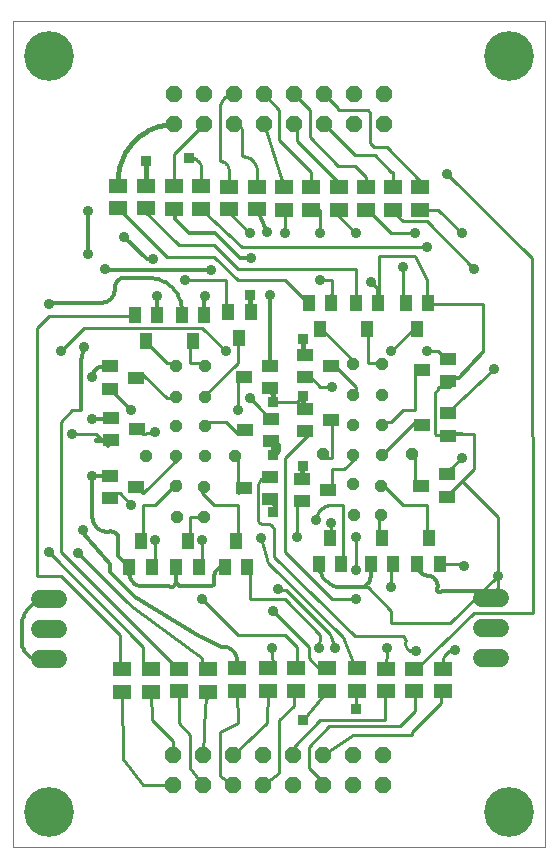
<source format=gbl>
G75*
G70*
%OFA0B0*%
%FSLAX24Y24*%
%IPPOS*%
%LPD*%
%AMOC8*
5,1,8,0,0,1.08239X$1,22.5*
%
%ADD10C,0.0000*%
%ADD11OC8,0.0397*%
%ADD12C,0.0600*%
%ADD13R,0.0394X0.0551*%
%ADD14R,0.0551X0.0394*%
%ADD15R,0.0630X0.0512*%
%ADD16OC8,0.0560*%
%ADD17C,0.0100*%
%ADD18C,0.0360*%
%ADD19C,0.0120*%
%ADD20C,0.0356*%
%ADD21R,0.0356X0.0356*%
%ADD22C,0.0160*%
%ADD23C,0.0079*%
%ADD24C,0.1660*%
D10*
X000100Y000100D02*
X000100Y027659D01*
X017817Y027659D01*
X017817Y000100D01*
X000100Y000100D01*
D11*
X005562Y011117D03*
X005512Y012154D03*
X005512Y013142D03*
X005512Y014129D03*
X005512Y015117D03*
X005512Y016154D03*
X006499Y016154D03*
X006499Y015117D03*
X006499Y014129D03*
X006499Y013142D03*
X006449Y012104D03*
X006449Y011117D03*
X007487Y013145D03*
X010430Y013196D03*
X011417Y013193D03*
X011417Y014180D03*
X011417Y015168D03*
X011417Y016205D03*
X012405Y016205D03*
X012405Y015168D03*
X012405Y014180D03*
X012405Y013193D03*
X012355Y012156D03*
X012355Y011168D03*
X011467Y011168D03*
X011417Y012206D03*
X013392Y013196D03*
X004524Y013145D03*
D12*
X001597Y008376D02*
X000997Y008376D01*
X000997Y007376D02*
X001597Y007376D01*
X001597Y006376D02*
X000997Y006376D01*
X015733Y006399D02*
X016333Y006399D01*
X016333Y007399D02*
X015733Y007399D01*
X015733Y008399D02*
X016333Y008399D01*
D13*
X014320Y009537D03*
X013946Y010403D03*
X013572Y009537D03*
X012757Y009537D03*
X012383Y010403D03*
X012009Y009537D03*
X011037Y009537D03*
X010663Y010403D03*
X010289Y009537D03*
X007891Y009454D03*
X007517Y010320D03*
X007143Y009454D03*
X006281Y009443D03*
X005907Y010309D03*
X005533Y009443D03*
X004718Y009443D03*
X004344Y010309D03*
X003970Y009443D03*
X004525Y016994D03*
X004151Y017860D03*
X004899Y017860D03*
X005722Y017860D03*
X006096Y016994D03*
X006470Y017860D03*
X007261Y017939D03*
X007635Y017072D03*
X008009Y017939D03*
X009943Y018230D03*
X010317Y017364D03*
X010691Y018230D03*
X011525Y018230D03*
X011899Y017364D03*
X012273Y018230D03*
X013187Y018230D03*
X013561Y017364D03*
X013935Y018230D03*
D14*
X014588Y016376D03*
X014588Y015628D03*
X014580Y014565D03*
X014580Y013817D03*
X014572Y012529D03*
X014572Y011781D03*
X013706Y012155D03*
X013714Y014191D03*
X013722Y016002D03*
X010698Y016147D03*
X009832Y015773D03*
X009832Y016521D03*
X008659Y016147D03*
X008659Y015399D03*
X008687Y014391D03*
X008687Y013643D03*
X007820Y014017D03*
X007793Y015773D03*
X009840Y014710D03*
X009840Y013962D03*
X010706Y014336D03*
X009734Y012380D03*
X009734Y011631D03*
X010600Y012006D03*
X008663Y011702D03*
X008663Y012450D03*
X007797Y012076D03*
X004206Y012104D03*
X003340Y012478D03*
X003340Y011730D03*
X003348Y013667D03*
X003348Y014415D03*
X003340Y015380D03*
X003340Y016128D03*
X004206Y015754D03*
X004214Y014041D03*
D15*
X007277Y021372D03*
X007277Y022120D03*
X006372Y022128D03*
X006372Y021380D03*
X005466Y021387D03*
X005466Y022135D03*
X004521Y022143D03*
X004521Y021395D03*
X003576Y021403D03*
X003576Y022151D03*
X008222Y022112D03*
X008222Y021364D03*
X009128Y021356D03*
X009128Y022104D03*
X010033Y022096D03*
X010033Y021348D03*
X010943Y021356D03*
X010943Y022104D03*
X011844Y022104D03*
X011844Y021356D03*
X012757Y021356D03*
X012757Y022104D03*
X013671Y022104D03*
X013671Y021356D03*
X013466Y006049D03*
X013466Y005301D03*
X012529Y005297D03*
X012529Y006045D03*
X011545Y006061D03*
X011545Y005313D03*
X010545Y005313D03*
X010545Y006061D03*
X009525Y006061D03*
X009525Y005313D03*
X008584Y005313D03*
X008584Y006061D03*
X007565Y006061D03*
X007565Y005313D03*
X006604Y005289D03*
X006604Y006037D03*
X005631Y006049D03*
X005631Y005301D03*
X004691Y005293D03*
X004691Y006041D03*
X003710Y006041D03*
X003710Y005293D03*
X014407Y005301D03*
X014407Y006049D03*
D16*
X012419Y003179D03*
X012419Y002179D03*
X011419Y002179D03*
X011419Y003179D03*
X010419Y003179D03*
X010419Y002179D03*
X009419Y002179D03*
X009419Y003179D03*
X008419Y003179D03*
X008419Y002179D03*
X007419Y002179D03*
X007419Y003179D03*
X006419Y003179D03*
X006419Y002179D03*
X005419Y002179D03*
X005419Y003179D03*
X005458Y024206D03*
X005458Y025206D03*
X006458Y025206D03*
X006458Y024206D03*
X007458Y024206D03*
X007458Y025206D03*
X008458Y025206D03*
X008458Y024206D03*
X009458Y024206D03*
X009458Y025206D03*
X010458Y025206D03*
X010458Y024206D03*
X011458Y024206D03*
X011458Y025206D03*
X012458Y025206D03*
X012458Y024206D03*
D17*
X011990Y024588D02*
X011990Y023565D01*
X012108Y023446D01*
X012541Y023446D01*
X013671Y022317D01*
X013671Y022104D01*
X013671Y021356D02*
X013880Y021360D01*
X014273Y021360D01*
X015061Y020572D01*
X013880Y020966D02*
X015454Y019391D01*
X015769Y018210D02*
X013880Y018210D01*
X013935Y018230D01*
X013880Y018210D02*
X013880Y018998D01*
X013486Y019824D01*
X012305Y019824D01*
X012305Y018210D01*
X012273Y018230D01*
X011911Y017423D02*
X011899Y017364D01*
X011911Y017423D02*
X011911Y016242D01*
X012305Y016242D01*
X012405Y016205D01*
X012698Y016635D02*
X013486Y017423D01*
X013561Y017364D01*
X013880Y016635D02*
X014273Y016635D01*
X014667Y016242D01*
X014588Y016376D01*
X014588Y015628D02*
X014446Y015628D01*
X014155Y015257D01*
X014155Y013880D01*
X014194Y013840D01*
X014557Y013840D01*
X014580Y013817D01*
X014667Y013880D01*
X015454Y013880D01*
X015454Y012698D01*
X015061Y012305D01*
X016242Y011124D01*
X016242Y009155D01*
X014667Y007580D01*
X012698Y007580D01*
X012698Y007974D01*
X011911Y008761D01*
X011517Y008761D01*
X011517Y008368D02*
X010730Y008368D01*
X009155Y009943D01*
X009155Y013092D01*
X009943Y013880D01*
X009840Y013962D01*
X010430Y013196D02*
X010336Y013092D01*
X010730Y013092D01*
X010730Y014273D01*
X010706Y014336D01*
X011517Y015061D02*
X011517Y015454D01*
X010730Y016242D01*
X010698Y016147D01*
X010730Y015454D02*
X010336Y015454D01*
X009943Y015848D01*
X009832Y015773D01*
X009746Y015159D02*
X009549Y014943D01*
X008761Y014943D01*
X008687Y014391D02*
X008761Y014273D01*
X007974Y015061D01*
X007580Y014667D02*
X007580Y015848D01*
X007793Y015773D01*
X007580Y016242D02*
X006399Y015061D01*
X006499Y015117D01*
X006399Y014273D02*
X006499Y014129D01*
X006399Y014273D02*
X007187Y014273D01*
X007580Y013880D01*
X007820Y014017D01*
X007487Y013145D02*
X007580Y013092D01*
X007580Y011911D01*
X007797Y012076D01*
X008250Y012108D02*
X008250Y011045D01*
X008252Y011023D01*
X008256Y011001D01*
X008264Y010980D01*
X008275Y010960D01*
X008288Y010942D01*
X008304Y010926D01*
X008322Y010913D01*
X008342Y010902D01*
X008363Y010894D01*
X008385Y010890D01*
X008407Y010888D01*
X008407Y010887D02*
X008525Y010887D01*
X008525Y010888D02*
X008556Y010886D01*
X008586Y010881D01*
X008616Y010873D01*
X008645Y010861D01*
X008672Y010846D01*
X008697Y010828D01*
X008720Y010807D01*
X008741Y010784D01*
X008759Y010759D01*
X008774Y010732D01*
X008786Y010703D01*
X008794Y010673D01*
X008799Y010643D01*
X008801Y010612D01*
X008801Y009785D01*
X011478Y007147D01*
X013053Y007147D01*
X013052Y007147D02*
X013074Y007140D01*
X013095Y007130D01*
X013114Y007117D01*
X013131Y007101D01*
X013146Y007083D01*
X013158Y007063D01*
X013166Y007042D01*
X013172Y007020D01*
X013175Y006997D01*
X013174Y006973D01*
X013170Y006951D01*
X013171Y006950D02*
X013171Y006872D01*
X013173Y006844D01*
X013178Y006816D01*
X013186Y006788D01*
X013198Y006762D01*
X013213Y006738D01*
X013230Y006716D01*
X013251Y006695D01*
X013273Y006678D01*
X013297Y006663D01*
X013323Y006651D01*
X013351Y006643D01*
X013379Y006638D01*
X013407Y006636D01*
X013407Y006635D02*
X013525Y006635D01*
X013466Y006049D02*
X013486Y006006D01*
X015454Y007895D01*
X017423Y007895D01*
X017383Y019746D01*
X014549Y022541D01*
X013880Y020966D02*
X013092Y020966D01*
X012698Y021360D01*
X012757Y021356D01*
X012698Y020572D02*
X011911Y021360D01*
X011844Y021356D01*
X011517Y020572D02*
X010730Y021360D01*
X010943Y021356D01*
X010336Y021360D02*
X010336Y020572D01*
X010336Y021360D02*
X010033Y021348D01*
X010033Y022096D02*
X010033Y022608D01*
X008958Y023683D01*
X008958Y024667D01*
X008458Y025206D01*
X008458Y024206D02*
X009128Y022104D01*
X009155Y021360D02*
X009128Y021356D01*
X009155Y021360D02*
X009155Y020572D01*
X008222Y022112D02*
X008222Y022647D01*
X008220Y022689D01*
X008215Y022731D01*
X008206Y022772D01*
X008193Y022813D01*
X008177Y022852D01*
X008157Y022889D01*
X008134Y022925D01*
X008109Y022958D01*
X008080Y022989D01*
X008049Y023018D01*
X008016Y023043D01*
X007980Y023066D01*
X007943Y023086D01*
X007904Y023102D01*
X007863Y023115D01*
X007822Y023124D01*
X007780Y023129D01*
X007738Y023131D01*
X007738Y023927D01*
X007736Y023958D01*
X007731Y023989D01*
X007722Y024019D01*
X007710Y024048D01*
X007695Y024076D01*
X007677Y024102D01*
X007656Y024125D01*
X007633Y024146D01*
X007607Y024164D01*
X007579Y024179D01*
X007550Y024191D01*
X007520Y024200D01*
X007489Y024205D01*
X007458Y024207D01*
X006989Y024738D02*
X006991Y024779D01*
X006996Y024819D01*
X007005Y024859D01*
X007017Y024898D01*
X007033Y024936D01*
X007052Y024973D01*
X007074Y025007D01*
X007099Y025039D01*
X007126Y025070D01*
X007157Y025097D01*
X007189Y025122D01*
X007224Y025144D01*
X007260Y025163D01*
X007298Y025179D01*
X007337Y025191D01*
X007377Y025200D01*
X007417Y025205D01*
X007458Y025207D01*
X006990Y024738D02*
X006990Y022974D01*
X007022Y022972D01*
X007054Y022967D01*
X007085Y022958D01*
X007115Y022946D01*
X007143Y022930D01*
X007169Y022911D01*
X007193Y022890D01*
X007214Y022866D01*
X007233Y022840D01*
X007249Y022812D01*
X007261Y022782D01*
X007270Y022751D01*
X007275Y022719D01*
X007277Y022687D01*
X007277Y022120D01*
X007277Y021372D02*
X007187Y021360D01*
X007974Y020572D01*
X007738Y020100D02*
X006399Y021360D01*
X006372Y021380D01*
X006372Y022128D02*
X006372Y022687D01*
X006370Y022724D01*
X006365Y022762D01*
X006357Y022798D01*
X006345Y022834D01*
X006329Y022868D01*
X006311Y022901D01*
X006290Y022932D01*
X006266Y022961D01*
X006240Y022987D01*
X006211Y023011D01*
X006180Y023032D01*
X006147Y023050D01*
X006113Y023066D01*
X006077Y023078D01*
X006041Y023086D01*
X006003Y023091D01*
X005966Y023093D01*
X005466Y023214D02*
X005466Y022135D01*
X005466Y021387D02*
X005612Y021360D01*
X004431Y021360D02*
X005612Y020179D01*
X006793Y020179D01*
X007580Y019391D01*
X011517Y019391D01*
X011517Y018210D01*
X011525Y018230D01*
X010730Y018210D02*
X010691Y018230D01*
X010730Y018210D02*
X010730Y018998D01*
X010336Y018998D01*
X009943Y018230D02*
X009943Y018210D01*
X009155Y018998D01*
X007580Y018998D01*
X006793Y019785D01*
X005218Y019785D01*
X003643Y021360D01*
X003576Y021403D01*
X004431Y021360D02*
X004521Y021395D01*
X005466Y023214D02*
X006458Y024206D01*
X007738Y020100D02*
X013880Y020100D01*
X013486Y020572D02*
X012698Y020572D01*
X013092Y019431D02*
X013092Y018210D01*
X013187Y018230D01*
X013722Y016002D02*
X013486Y015848D01*
X013486Y014667D01*
X013092Y014667D01*
X012698Y014273D01*
X012305Y014273D01*
X012405Y014180D01*
X012405Y013193D02*
X012305Y013092D01*
X013486Y014273D01*
X013714Y014191D01*
X013392Y013196D02*
X013486Y013092D01*
X013486Y012305D01*
X013706Y012155D01*
X013880Y011517D02*
X013092Y011517D01*
X012305Y012305D01*
X012355Y012156D01*
X012355Y011168D02*
X012305Y011124D01*
X012305Y010336D01*
X012383Y010403D01*
X012698Y009549D02*
X012757Y009537D01*
X012698Y009549D02*
X012698Y008761D01*
X011517Y009352D02*
X011517Y010454D01*
X011084Y009549D02*
X011037Y009537D01*
X011084Y009549D02*
X011084Y011517D01*
X010769Y011517D01*
X010730Y011911D02*
X010600Y012006D01*
X010730Y011911D02*
X010730Y012698D01*
X011124Y012698D01*
X011517Y013092D01*
X011417Y013193D01*
X011517Y015061D02*
X011417Y015168D01*
X011417Y016205D02*
X011517Y016242D01*
X010336Y017423D01*
X010317Y017364D01*
X007635Y017072D02*
X007580Y017029D01*
X007580Y016242D01*
X007187Y016635D02*
X006399Y017423D01*
X002462Y017423D01*
X001675Y016635D01*
X000887Y017423D02*
X001281Y017817D01*
X004037Y017817D01*
X004151Y017860D01*
X004431Y017029D02*
X004525Y016994D01*
X004431Y017029D02*
X005218Y016242D01*
X005612Y016242D01*
X005512Y016154D01*
X006006Y016242D02*
X006006Y017029D01*
X006096Y016994D01*
X006006Y016242D02*
X006399Y016242D01*
X006499Y016154D01*
X005612Y015061D02*
X005512Y015117D01*
X005612Y015061D02*
X005218Y015061D01*
X004431Y015848D01*
X004206Y015754D01*
X003250Y015454D02*
X004037Y014667D01*
X004214Y014041D02*
X004431Y013880D01*
X004824Y013958D01*
X005512Y013142D02*
X005612Y013092D01*
X004431Y011911D01*
X004206Y012104D01*
X003643Y011911D02*
X004037Y011517D01*
X004431Y011517D02*
X004824Y011517D01*
X005612Y012305D01*
X005512Y012154D01*
X006006Y011124D02*
X006399Y011124D01*
X006449Y011117D01*
X006006Y011124D02*
X006006Y010336D01*
X005907Y010309D01*
X006399Y010336D02*
X006399Y009549D01*
X006281Y009443D01*
X006399Y008368D02*
X007580Y007187D01*
X009155Y007187D01*
X009549Y006793D01*
X009549Y006006D01*
X009525Y006061D01*
X009525Y005313D02*
X009450Y005238D01*
X009450Y004824D01*
X008958Y004332D01*
X008958Y002561D01*
X008419Y002179D01*
X007419Y002179D02*
X006990Y002462D01*
X006990Y003939D01*
X007580Y004234D01*
X007565Y005313D01*
X008584Y005313D02*
X008565Y004234D01*
X007419Y003179D01*
X006419Y003179D02*
X006498Y004824D01*
X006604Y005289D01*
X006399Y006006D02*
X006604Y006037D01*
X006399Y006006D02*
X006399Y006399D01*
X004116Y008092D01*
X003880Y008289D01*
X002265Y009903D01*
X001675Y009943D02*
X005612Y006006D01*
X005631Y006049D01*
X005631Y005301D02*
X005612Y004234D01*
X006006Y003840D01*
X006006Y002757D01*
X006419Y002179D01*
X005419Y002179D02*
X004431Y002187D01*
X003742Y003053D01*
X003710Y005293D01*
X003643Y006006D02*
X003710Y006041D01*
X003643Y006006D02*
X003643Y007187D01*
X001675Y009155D01*
X000887Y009155D01*
X000887Y017423D01*
X002069Y014667D02*
X001675Y014273D01*
X001675Y009943D01*
X001281Y009943D02*
X004431Y006793D01*
X004431Y006006D01*
X004691Y006041D01*
X004691Y005293D02*
X004726Y004332D01*
X005415Y003643D01*
X005419Y003179D01*
X008584Y006061D02*
X008761Y006006D01*
X008722Y006754D01*
X008761Y007974D02*
X009943Y006793D01*
X009943Y006399D01*
X010336Y006006D01*
X010545Y006061D01*
X010545Y005313D02*
X009746Y004332D01*
X010336Y004332D02*
X009458Y003454D01*
X009419Y003179D01*
X009943Y003446D02*
X009943Y002757D01*
X010458Y002242D01*
X010419Y002179D01*
X010419Y003179D02*
X011419Y003840D01*
X013387Y003840D01*
X013387Y003939D01*
X014372Y004923D01*
X014372Y005265D01*
X014407Y005301D01*
X014407Y006049D02*
X014407Y006257D01*
X014409Y006295D01*
X014414Y006334D01*
X014423Y006371D01*
X014435Y006408D01*
X014451Y006443D01*
X014469Y006477D01*
X014491Y006508D01*
X014516Y006538D01*
X014543Y006565D01*
X014573Y006590D01*
X014604Y006612D01*
X014638Y006630D01*
X014673Y006646D01*
X014710Y006658D01*
X014747Y006667D01*
X014786Y006672D01*
X014824Y006674D01*
X016033Y008399D02*
X016242Y008761D01*
X016242Y009155D01*
X015139Y009470D02*
X015072Y009537D01*
X014320Y009537D01*
X013880Y010336D02*
X013946Y010403D01*
X013880Y010336D02*
X013880Y011517D01*
X014572Y011781D02*
X014667Y011911D01*
X015061Y012305D01*
X014572Y012529D02*
X014667Y012698D01*
X015061Y013092D01*
X014580Y014565D02*
X014667Y014667D01*
X016124Y016045D01*
X015769Y016596D02*
X015769Y018210D01*
X014588Y015628D02*
X014667Y015454D01*
X014273Y015454D01*
X010769Y011518D02*
X010724Y011519D01*
X010678Y011517D01*
X010633Y011510D01*
X010588Y011501D01*
X010545Y011487D01*
X010502Y011470D01*
X010461Y011449D01*
X010422Y011425D01*
X010385Y011399D01*
X010351Y011369D01*
X010319Y011336D01*
X010290Y011301D01*
X010264Y011263D01*
X010241Y011224D01*
X010221Y011182D01*
X010205Y011140D01*
X010192Y011096D01*
X010184Y011051D01*
X010178Y011005D01*
X009734Y011631D02*
X009549Y011517D01*
X009549Y010454D01*
X010663Y010403D02*
X010730Y010336D01*
X010691Y010927D01*
X009194Y008683D02*
X008919Y008722D01*
X009155Y008368D02*
X010336Y007187D01*
X010297Y006754D01*
X010809Y006754D02*
X010651Y007226D01*
X009194Y008683D01*
X009155Y008368D02*
X007974Y008368D01*
X007974Y009549D01*
X007891Y009454D01*
X008604Y009588D02*
X008368Y010415D01*
X008604Y009588D02*
X011084Y007108D01*
X011517Y006006D01*
X011545Y006061D01*
X011545Y005313D02*
X011517Y005285D01*
X011517Y004726D01*
X010631Y004135D02*
X012994Y004135D01*
X013486Y004628D01*
X013486Y005281D01*
X013466Y005301D01*
X012529Y005297D02*
X012502Y005269D01*
X012502Y004332D01*
X010336Y004332D01*
X010631Y004135D02*
X009943Y003446D01*
X012529Y006045D02*
X012541Y006754D01*
X008663Y012450D02*
X008592Y012450D01*
X008592Y012451D02*
X008556Y012449D01*
X008521Y012444D01*
X008486Y012434D01*
X008452Y012421D01*
X008421Y012405D01*
X008390Y012385D01*
X008362Y012363D01*
X008337Y012338D01*
X008315Y012310D01*
X008295Y012279D01*
X008279Y012248D01*
X008266Y012214D01*
X008256Y012179D01*
X008251Y012144D01*
X008249Y012108D01*
X007580Y011517D02*
X006793Y011517D01*
X006399Y011911D01*
X006449Y012104D01*
X007517Y010320D02*
X007580Y010336D01*
X007580Y011517D01*
X004824Y010336D02*
X004824Y009549D01*
X004718Y009443D01*
X004431Y010336D02*
X004344Y010309D01*
X004431Y010336D02*
X004431Y011517D01*
X003643Y011911D02*
X003250Y011911D01*
X003340Y011730D01*
X003250Y013486D02*
X003348Y013667D01*
X003250Y013486D02*
X002856Y013880D01*
X002069Y013880D01*
X002069Y014667D02*
X002344Y014667D01*
X003250Y015454D02*
X003340Y015380D01*
X005809Y018998D02*
X007187Y018998D01*
X007187Y018210D01*
X007261Y017939D01*
X010943Y022104D02*
X010943Y022250D01*
X009549Y023643D01*
X009549Y024116D01*
X009458Y024206D01*
X009982Y023761D02*
X010927Y022817D01*
X011478Y022817D01*
X011844Y022450D01*
X011844Y022104D01*
X012698Y022620D02*
X012147Y023171D01*
X011478Y023171D01*
X011478Y023187D01*
X010458Y024206D01*
X010927Y024667D02*
X010927Y024738D01*
X010458Y025206D01*
X010927Y024667D02*
X011911Y024667D01*
X011990Y024588D01*
X012698Y022620D02*
X012738Y022620D01*
X012757Y022600D01*
X012757Y022104D01*
X009982Y023761D02*
X009982Y024683D01*
X009458Y025206D01*
D18*
X009155Y020572D03*
X007974Y020572D03*
X008013Y019746D03*
X005809Y018998D03*
X007187Y016635D03*
X007974Y015061D03*
X007580Y014667D03*
X008368Y010415D03*
X009549Y010454D03*
X010691Y010927D03*
X011517Y010454D03*
X011517Y009352D03*
X011517Y008368D03*
X010297Y006754D03*
X008722Y006754D03*
X008761Y007974D03*
X006399Y008368D03*
X006399Y010336D03*
X004824Y010336D03*
X004037Y011517D03*
X004824Y013958D03*
X004037Y014667D03*
X002462Y016793D03*
X001675Y016635D03*
X002069Y013880D03*
X002265Y009903D03*
X001281Y009943D03*
X010336Y018998D03*
X010336Y020572D03*
X011517Y020572D03*
X013092Y019431D03*
X013880Y020100D03*
X013486Y020572D03*
X014549Y022541D03*
X015061Y020572D03*
X015454Y019391D03*
X013880Y016635D03*
X012698Y016635D03*
X010730Y015454D03*
X015061Y013092D03*
X016124Y016045D03*
X016242Y009155D03*
X012698Y008761D03*
D19*
X012009Y009135D02*
X012009Y009537D01*
X012009Y009135D02*
X012007Y009098D01*
X012002Y009062D01*
X011993Y009026D01*
X011981Y008992D01*
X011965Y008959D01*
X011946Y008927D01*
X011924Y008898D01*
X011899Y008871D01*
X011872Y008846D01*
X011843Y008824D01*
X011811Y008805D01*
X011778Y008789D01*
X011744Y008777D01*
X011708Y008768D01*
X011672Y008763D01*
X011635Y008761D01*
X011517Y008761D01*
X011065Y008761D01*
X011012Y008763D01*
X010959Y008768D01*
X010907Y008777D01*
X010856Y008790D01*
X010805Y008806D01*
X010756Y008825D01*
X010708Y008848D01*
X010662Y008874D01*
X010617Y008903D01*
X010575Y008935D01*
X010535Y008970D01*
X010498Y009007D01*
X010463Y009047D01*
X010431Y009089D01*
X010402Y009134D01*
X010376Y009180D01*
X010353Y009228D01*
X010334Y009277D01*
X010318Y009328D01*
X010305Y009379D01*
X010296Y009431D01*
X010291Y009484D01*
X010289Y009537D01*
X007565Y006297D02*
X007565Y006061D01*
X007565Y006297D02*
X007563Y006340D01*
X007557Y006383D01*
X007548Y006425D01*
X007535Y006467D01*
X007519Y006507D01*
X007499Y006545D01*
X007475Y006581D01*
X007449Y006616D01*
X007420Y006648D01*
X007388Y006677D01*
X007353Y006703D01*
X007317Y006727D01*
X007279Y006747D01*
X007239Y006763D01*
X007197Y006776D01*
X007155Y006785D01*
X007112Y006791D01*
X007069Y006793D01*
X006281Y007147D01*
X004155Y008446D01*
X003328Y009273D01*
X003328Y009549D01*
X002423Y010572D01*
X002423Y010691D01*
X002738Y011124D02*
X002738Y012462D01*
X002739Y012468D01*
X002743Y012473D01*
X002748Y012477D01*
X002754Y012478D01*
X003340Y012478D01*
X002738Y011124D02*
X002740Y011082D01*
X002745Y011040D01*
X002754Y010998D01*
X002766Y010958D01*
X002781Y010918D01*
X002800Y010880D01*
X002821Y010844D01*
X002846Y010810D01*
X002873Y010777D01*
X002903Y010747D01*
X002936Y010720D01*
X002970Y010695D01*
X003006Y010674D01*
X003044Y010655D01*
X003084Y010640D01*
X003124Y010628D01*
X003166Y010619D01*
X003208Y010614D01*
X003250Y010612D01*
X003279Y010623D01*
X003310Y010629D01*
X003341Y010632D01*
X003373Y010631D01*
X003404Y010626D01*
X003434Y010617D01*
X003463Y010605D01*
X003490Y010589D01*
X003515Y010570D01*
X003538Y010548D01*
X003557Y010524D01*
X003574Y010497D01*
X003587Y010468D01*
X003596Y010438D01*
X003602Y010407D01*
X003604Y010376D01*
X003604Y009809D01*
X003970Y009443D01*
X003970Y009222D01*
X003972Y009183D01*
X003977Y009145D01*
X003986Y009107D01*
X003998Y009070D01*
X004014Y009034D01*
X004033Y009000D01*
X004055Y008968D01*
X004080Y008938D01*
X004107Y008911D01*
X004137Y008886D01*
X004169Y008864D01*
X004203Y008845D01*
X004239Y008829D01*
X004276Y008817D01*
X004314Y008808D01*
X004352Y008803D01*
X004391Y008801D01*
X005179Y008801D01*
X005197Y008809D01*
X005216Y008815D01*
X005236Y008817D01*
X005256Y008816D01*
X005276Y008811D01*
X005294Y008803D01*
X005310Y008791D01*
X005325Y008777D01*
X005337Y008761D01*
X005337Y008762D02*
X005365Y008766D01*
X005392Y008774D01*
X005418Y008786D01*
X005442Y008801D01*
X005464Y008819D01*
X005484Y008839D01*
X005500Y008862D01*
X005514Y008887D01*
X005524Y008913D01*
X005531Y008941D01*
X005534Y008969D01*
X005533Y008998D01*
X005533Y009443D01*
X005533Y008998D02*
X005535Y008972D01*
X005540Y008947D01*
X005548Y008923D01*
X005559Y008900D01*
X005574Y008878D01*
X005591Y008859D01*
X005610Y008842D01*
X005631Y008827D01*
X005655Y008816D01*
X005679Y008808D01*
X005704Y008803D01*
X005730Y008801D01*
X006675Y008801D01*
X006695Y008803D01*
X006715Y008808D01*
X006734Y008817D01*
X006751Y008829D01*
X006765Y008843D01*
X006777Y008860D01*
X006786Y008879D01*
X006791Y008899D01*
X006793Y008919D01*
X006793Y009104D01*
X006795Y009141D01*
X006801Y009177D01*
X006810Y009212D01*
X006823Y009246D01*
X006840Y009279D01*
X006860Y009310D01*
X006883Y009338D01*
X006909Y009364D01*
X006937Y009387D01*
X006968Y009407D01*
X007001Y009424D01*
X007035Y009437D01*
X007070Y009446D01*
X007106Y009452D01*
X007143Y009454D01*
X003324Y014391D02*
X002738Y014391D01*
X002344Y014667D02*
X002344Y016320D01*
X002462Y016793D01*
X003096Y016128D02*
X003340Y016128D01*
X003096Y016127D02*
X003061Y016125D01*
X003026Y016120D01*
X002992Y016112D01*
X002959Y016100D01*
X002927Y016085D01*
X002897Y016067D01*
X002869Y016046D01*
X002843Y016022D01*
X002819Y015996D01*
X002798Y015968D01*
X002780Y015938D01*
X002765Y015906D01*
X002753Y015873D01*
X002745Y015839D01*
X002740Y015804D01*
X002738Y015769D01*
X003348Y014415D02*
X003347Y014408D01*
X003343Y014401D01*
X003338Y014396D01*
X003331Y014392D01*
X003324Y014391D01*
X004899Y017860D02*
X004899Y018482D01*
X004900Y018484D01*
X004901Y018485D01*
X004903Y018486D01*
X004628Y019076D02*
X004692Y019074D01*
X004755Y019069D01*
X004818Y019059D01*
X004880Y019047D01*
X004942Y019030D01*
X005002Y019010D01*
X005061Y018987D01*
X005119Y018960D01*
X005175Y018929D01*
X005229Y018896D01*
X005281Y018860D01*
X005331Y018820D01*
X005379Y018778D01*
X005424Y018733D01*
X005466Y018685D01*
X005506Y018635D01*
X005542Y018583D01*
X005575Y018529D01*
X005606Y018473D01*
X005633Y018415D01*
X005656Y018356D01*
X005676Y018296D01*
X005693Y018234D01*
X005705Y018172D01*
X005715Y018109D01*
X005720Y018046D01*
X005722Y017982D01*
X005722Y017860D01*
X006470Y017860D02*
X006470Y018478D01*
X006478Y018486D01*
X006675Y019352D02*
X003171Y019352D01*
X003171Y019391D01*
X003485Y018722D02*
X003483Y018681D01*
X003478Y018640D01*
X003469Y018600D01*
X003457Y018561D01*
X003441Y018523D01*
X003422Y018486D01*
X003400Y018451D01*
X003375Y018419D01*
X003347Y018388D01*
X003316Y018360D01*
X003284Y018335D01*
X003249Y018313D01*
X003212Y018294D01*
X003174Y018278D01*
X003135Y018266D01*
X003095Y018257D01*
X003054Y018252D01*
X003013Y018250D01*
X001320Y018250D01*
X001320Y018249D02*
X001310Y018248D01*
X001301Y018244D01*
X001292Y018238D01*
X001286Y018229D01*
X001282Y018220D01*
X001281Y018210D01*
X002580Y019864D02*
X002580Y021320D01*
X003801Y020454D02*
X004549Y019706D01*
X004746Y019706D01*
X004628Y019076D02*
X003801Y019076D01*
X003768Y019074D01*
X003736Y019069D01*
X003704Y019061D01*
X003673Y019049D01*
X003644Y019034D01*
X003616Y019016D01*
X003590Y018995D01*
X003567Y018972D01*
X003546Y018946D01*
X003528Y018918D01*
X003513Y018889D01*
X003501Y018858D01*
X003493Y018826D01*
X003488Y018794D01*
X003486Y018761D01*
X003486Y018722D01*
X005494Y021045D02*
X005494Y021360D01*
X005466Y021387D01*
X005494Y021045D02*
X005966Y020572D01*
X006832Y020572D01*
X007659Y019746D01*
X008013Y019746D01*
X008565Y020612D02*
X008222Y021364D01*
X008643Y018525D02*
X008643Y016147D01*
X008659Y016147D01*
X012029Y018958D02*
X012273Y018714D01*
X012273Y018230D01*
X014691Y015730D02*
X014588Y015628D01*
X014691Y015730D02*
X014943Y015730D01*
X015769Y016596D01*
X015061Y013880D02*
X014667Y013880D01*
X013573Y009502D02*
X013575Y009466D01*
X013581Y009430D01*
X013590Y009395D01*
X013603Y009361D01*
X013619Y009329D01*
X013639Y009299D01*
X013662Y009270D01*
X013687Y009245D01*
X013716Y009222D01*
X013746Y009202D01*
X013778Y009186D01*
X013812Y009173D01*
X013847Y009164D01*
X013883Y009158D01*
X013919Y009156D01*
X013919Y009155D02*
X013958Y009155D01*
X013959Y009155D02*
X013993Y009146D01*
X014026Y009133D01*
X014058Y009117D01*
X014088Y009098D01*
X014116Y009076D01*
X014142Y009052D01*
X014166Y009025D01*
X014186Y008996D01*
X014204Y008965D01*
X014218Y008932D01*
X014230Y008899D01*
X014238Y008864D01*
X014242Y008829D01*
X014243Y008793D01*
X014240Y008757D01*
X014234Y008722D01*
X014234Y008643D01*
X014235Y008644D02*
X014249Y008631D01*
X014266Y008621D01*
X014284Y008615D01*
X014303Y008611D01*
X014323Y008611D01*
X014342Y008615D01*
X014360Y008621D01*
X014377Y008631D01*
X014391Y008644D01*
X014391Y008643D02*
X015789Y008643D01*
X015818Y008641D01*
X015847Y008636D01*
X015876Y008627D01*
X015902Y008615D01*
X015928Y008600D01*
X015951Y008582D01*
X015972Y008561D01*
X015990Y008538D01*
X016005Y008512D01*
X016017Y008486D01*
X016026Y008457D01*
X016031Y008428D01*
X016033Y008399D01*
X013572Y009502D02*
X013572Y009537D01*
X001297Y008375D02*
X001239Y008373D01*
X001182Y008368D01*
X001124Y008359D01*
X001068Y008346D01*
X001012Y008330D01*
X000958Y008310D01*
X000905Y008287D01*
X000853Y008261D01*
X000804Y008232D01*
X000756Y008199D01*
X000710Y008164D01*
X000667Y008125D01*
X000626Y008084D01*
X000587Y008041D01*
X000552Y007995D01*
X000519Y007947D01*
X000490Y007898D01*
X000464Y007846D01*
X000441Y007793D01*
X000421Y007739D01*
X000405Y007683D01*
X000392Y007627D01*
X000383Y007569D01*
X000378Y007512D01*
X000376Y007454D01*
X000376Y006990D01*
X000378Y006940D01*
X000384Y006890D01*
X000393Y006840D01*
X000406Y006792D01*
X000423Y006745D01*
X000443Y006699D01*
X000467Y006654D01*
X000494Y006612D01*
X000524Y006572D01*
X000557Y006534D01*
X000593Y006499D01*
X000631Y006466D01*
X000672Y006437D01*
X000715Y006410D01*
X000760Y006387D01*
X000806Y006368D01*
X000854Y006352D01*
X000902Y006340D01*
X000952Y006331D01*
X001002Y006326D01*
X001052Y006325D01*
X001102Y006328D01*
X001152Y006334D01*
X001201Y006345D01*
X001250Y006359D01*
X001297Y006376D01*
D20*
X002423Y010691D03*
X002738Y012462D03*
X002738Y014391D03*
X002738Y015769D03*
X001281Y018210D03*
X002580Y019864D03*
X003171Y019391D03*
X003801Y020454D03*
X004746Y019706D03*
X004903Y018486D03*
X006478Y018486D03*
X006675Y019352D03*
X008565Y020612D03*
X008643Y018525D03*
X012029Y018958D03*
X010179Y011006D03*
X008919Y008722D03*
X010809Y006754D03*
X012541Y006754D03*
X013525Y006635D03*
X014824Y006675D03*
X015139Y009470D03*
X002580Y021320D03*
D21*
X004509Y022974D03*
X005966Y023092D03*
X007974Y018506D03*
X009746Y017029D03*
X009746Y015159D03*
X008761Y014943D03*
X008761Y013171D03*
X009746Y012797D03*
X008761Y011281D03*
X011517Y004726D03*
X009746Y004332D03*
D22*
X012529Y006045D02*
X012545Y006047D01*
X012560Y006052D01*
X012573Y006060D01*
X012585Y006072D01*
X012593Y006085D01*
X012598Y006100D01*
X012600Y006116D01*
X008773Y011604D02*
X008663Y011702D01*
X008773Y011603D02*
X008790Y011582D01*
X008805Y011559D01*
X008817Y011534D01*
X008826Y011508D01*
X008832Y011481D01*
X008834Y011453D01*
X008833Y011426D01*
X008829Y011399D01*
X008821Y011372D01*
X008810Y011347D01*
X008797Y011323D01*
X008780Y011301D01*
X008761Y011281D01*
X009734Y012380D02*
X009734Y012785D01*
X009746Y012797D01*
X008899Y013545D02*
X008687Y013643D01*
X008688Y013630D01*
X008693Y013617D01*
X008700Y013606D01*
X008709Y013597D01*
X008720Y013590D01*
X008733Y013585D01*
X008746Y013584D01*
X008761Y013171D01*
X008789Y013186D01*
X008815Y013204D01*
X008839Y013224D01*
X008861Y013248D01*
X008879Y013273D01*
X008895Y013300D01*
X008908Y013330D01*
X008917Y013360D01*
X008923Y013391D01*
X008925Y013422D01*
X008924Y013454D01*
X008919Y013485D01*
X008911Y013516D01*
X008899Y013545D01*
X008761Y014943D02*
X008714Y015454D01*
X008702Y015453D01*
X008690Y015449D01*
X008680Y015442D01*
X008671Y015433D01*
X008664Y015423D01*
X008660Y015411D01*
X008659Y015399D01*
X008761Y015301D01*
X008761Y014943D01*
X009746Y014805D02*
X009840Y014710D01*
X009746Y014805D02*
X009746Y015159D01*
X009832Y016521D02*
X009746Y016608D01*
X009746Y017029D01*
X010691Y018230D02*
X010691Y018466D01*
X007974Y018506D02*
X007974Y017974D01*
X007976Y017963D01*
X007981Y017953D01*
X007988Y017946D01*
X007998Y017941D01*
X008009Y017939D01*
X003576Y022324D02*
X003578Y022414D01*
X003585Y022503D01*
X003595Y022592D01*
X003610Y022680D01*
X003629Y022768D01*
X003652Y022854D01*
X003680Y022940D01*
X003711Y023023D01*
X003746Y023106D01*
X003785Y023186D01*
X003828Y023265D01*
X003875Y023341D01*
X003925Y023416D01*
X003979Y023487D01*
X004036Y023556D01*
X004096Y023623D01*
X004159Y023686D01*
X004226Y023746D01*
X004295Y023803D01*
X004366Y023857D01*
X004441Y023907D01*
X004517Y023954D01*
X004596Y023997D01*
X004676Y024036D01*
X004759Y024071D01*
X004842Y024102D01*
X004928Y024130D01*
X005014Y024153D01*
X005102Y024172D01*
X005190Y024187D01*
X005279Y024197D01*
X005368Y024204D01*
X005458Y024206D01*
X004521Y022962D02*
X004521Y022143D01*
X004521Y022962D02*
X004520Y022967D01*
X004517Y022970D01*
X004514Y022973D01*
X004509Y022974D01*
X003576Y022324D02*
X003576Y022151D01*
X003332Y013683D02*
X002856Y013683D01*
X003332Y013683D02*
X003338Y013682D01*
X003343Y013678D01*
X003347Y013673D01*
X003348Y013667D01*
D23*
X008092Y015021D02*
X008687Y014391D01*
D24*
X001281Y026478D03*
X016635Y026478D03*
X016635Y001281D03*
X001281Y001281D03*
M02*

</source>
